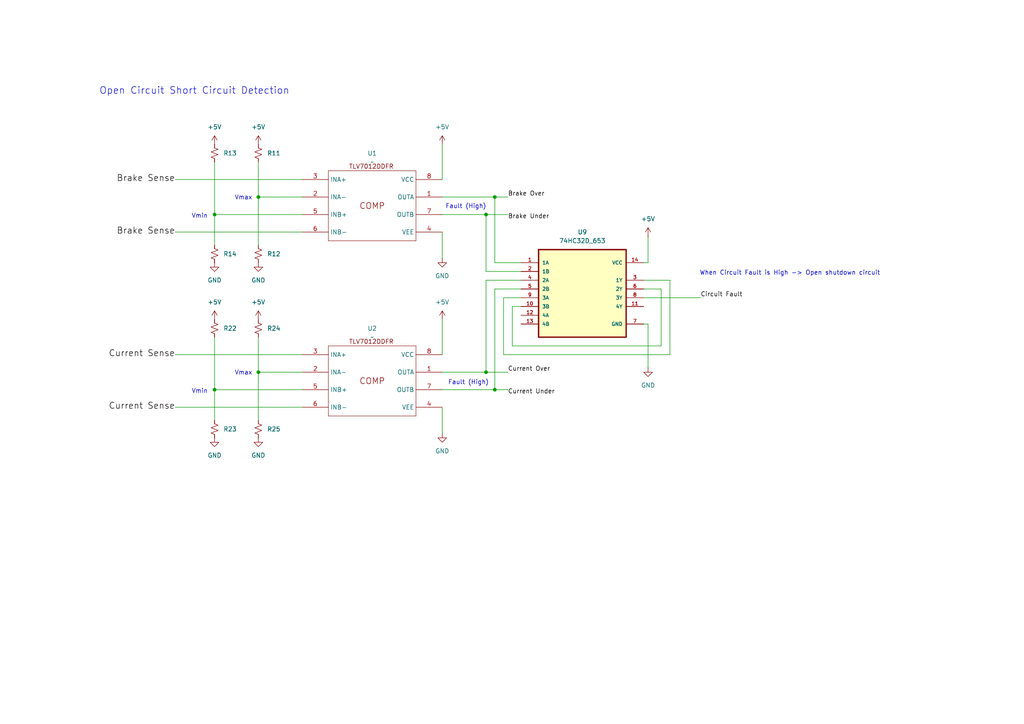
<source format=kicad_sch>
(kicad_sch (version 20231120) (generator "eeschema") (generator_version "8.0")
  (paper "A4")
  (lib_symbols
    (symbol "74HC32D_653:74HC32D_653" (pin_names (offset 1.016))
      (property "Reference" "U" (at -0.762 15.748 0))
      (property "Value" "74HC32D_653" (at -6.604 -12.954 0))
      (symbol "74HC32D_653_0_0"
        (rectangle (start -12.7 15.24) (end 12.7 -10.16) (stroke (width 0.4064)) (fill (type background)))
        (pin input line (at -17.78 11.43 0) (length 5.08) (name "1A") (number "1"))
        (pin input line (at -17.78 -1.27 0) (length 5.08) (name "3B") (number "10"))
        (pin output line (at 17.78 -1.27 180) (length 5.08) (name "4Y") (number "11"))
        (pin input line (at -17.78 -3.81 0) (length 5.08) (name "4A") (number "12"))
        (pin input line (at -17.78 -6.35 0) (length 5.08) (name "4B") (number "13"))
        (pin power_in line (at 17.78 11.43 180) (length 5.08) (name "VCC") (number "14"))
        (pin input line (at -17.78 8.89 0) (length 5.08) (name "1B") (number "2"))
        (pin output line (at 17.78 6.35 180) (length 5.08) (name "1Y") (number "3"))
        (pin input line (at -17.78 6.35 0) (length 5.08) (name "2A") (number "4"))
        (pin input line (at -17.78 3.81 0) (length 5.08) (name "2B") (number "5"))
        (pin output line (at 17.78 3.81 180) (length 5.08) (name "2Y") (number "6"))
        (pin passive line (at 17.78 -6.35 180) (length 5.08) (name "GND") (number "7"))
        (pin output line (at 17.78 1.27 180) (length 5.08) (name "3Y") (number "8"))
        (pin input line (at -17.78 1.27 0) (length 5.08) (name "3A") (number "9"))
      )
    )
    (symbol "Device:R_Small_US" (pin_numbers hide) (pin_names (offset 0.254) hide)
      (property "Reference" "R" (at 0.762 0.508 0))
      (property "Value" "R_Small_US" (at 0.762 -1.016 0))
      (symbol "R_Small_US_1_1"
        (polyline (pts (xy 0 0) (xy 1.016 -0.381) (xy 0 -0.762) (xy -1.016 -1.143) (xy 0 -1.524)))
        (polyline (pts (xy 0 1.524) (xy 1.016 1.143) (xy 0 0.762) (xy -1.016 0.381) (xy 0 0)))
        (pin passive line (at 0 2.54 270) (length 1.016) (name "~") (number "1"))
        (pin passive line (at 0 -2.54 90) (length 1.016) (name "~") (number "2"))
      )
    )
    (symbol "TLV7012DDFR:TLV7012DDFR"
      (property "Reference" "U" (at 12.7 23.622 0))
      (symbol "TLV7012DDFR_0_1"
        (polyline (pts (xy 0 0) (xy 25.4 0)) (stroke (width 0.127)))
        (polyline (pts (xy 0 20.32) (xy 0 0)) (stroke (width 0.127)))
        (polyline (pts (xy 25.4 0) (xy 25.4 20.32)) (stroke (width 0.127)))
        (polyline (pts (xy 25.4 20.32) (xy 0 20.32)) (stroke (width 0.127)))
      )
      (symbol "TLV7012DDFR_1_1"
        (text "COMP" (at 12.7 10.16 0) (effects (font (size 1.75 1.75))))
        (text "TLV7012DDFR" (at 12.446 21.59 0) (effects (font (size 1.27 1.27))))
        (pin output line (at 33.02 12.7 180) (length 7.62) (name "OUTA") (number "1"))
        (pin input line (at -7.62 12.7 0) (length 7.62) (name "INA-") (number "2"))
        (pin input line (at -7.62 17.78 0) (length 7.62) (name "INA+") (number "3"))
        (pin power_in line (at 33.02 2.54 180) (length 7.62) (name "VEE") (number "4"))
        (pin input line (at -7.62 7.62 0) (length 7.62) (name "INB+") (number "5"))
        (pin input line (at -7.62 2.54 0) (length 7.62) (name "INB-") (number "6"))
        (pin output line (at 33.02 7.62 180) (length 7.62) (name "OUTB") (number "7"))
        (pin power_in line (at 33.02 17.78 180) (length 7.62) (name "VCC") (number "8"))
      )
    )
    (symbol "power:+5V" (power) (pin_numbers hide) (pin_names (offset 0) hide)
      (property "Value" "+5V" (at 0 3.556 0))
      (symbol "+5V_0_1"
        (polyline (pts (xy -0.762 1.27) (xy 0 2.54)))
        (polyline (pts (xy 0 0) (xy 0 2.54)))
        (polyline (pts (xy 0 2.54) (xy 0.762 1.27)))
      )
      (symbol "+5V_1_1"
        (pin power_in line (at 0 0 90) (length 0) (name "~") (number "1"))
      )
    )
    (symbol "power:GND" (power) (pin_numbers hide) (pin_names (offset 0) hide)
      (property "Value" "GND" (at 0 -3.81 0))
      (symbol "GND_0_1"
        (polyline (pts (xy 0 0) (xy 0 -1.27) (xy 1.27 -1.27) (xy 0 -2.54) (xy -1.27 -1.27) (xy 0 -1.27)))
      )
      (symbol "GND_1_1"
        (pin power_in line (at 0 0 270) (length 0) (name "~") (number "1"))
      )
    )
  )
  (junction (at 143.51 113.03))
  (junction (at 74.93 107.95))
  (junction (at 74.93 57.15))
  (junction (at 62.23 113.03))
  (junction (at 140.97 62.23))
  (junction (at 143.51 57.15))
  (junction (at 140.97 107.95))
  (junction (at 62.23 62.23))
  (wire (pts (xy 140.97 62.23) (xy 140.97 78.74)))
  (wire (pts (xy 146.05 86.36) (xy 146.05 102.87)))
  (wire (pts (xy 74.93 107.95) (xy 74.93 121.92)))
  (wire (pts (xy 128.27 92.71) (xy 128.27 102.87)))
  (wire (pts (xy 62.23 113.03) (xy 62.23 121.92)))
  (wire (pts (xy 148.59 88.9) (xy 151.13 88.9)))
  (wire (pts (xy 74.93 107.95) (xy 87.63 107.95)))
  (wire (pts (xy 50.8 67.31) (xy 87.63 67.31)))
  (wire (pts (xy 128.27 125.73) (xy 128.27 118.11)))
  (wire (pts (xy 186.69 86.36) (xy 203.2 86.36)))
  (wire (pts (xy 74.93 97.79) (xy 74.93 107.95)))
  (wire (pts (xy 62.23 62.23) (xy 87.63 62.23)))
  (wire (pts (xy 62.23 46.99) (xy 62.23 62.23)))
  (wire (pts (xy 147.32 62.23) (xy 140.97 62.23)))
  (wire (pts (xy 50.8 118.11) (xy 87.63 118.11)))
  (wire (pts (xy 194.31 102.87) (xy 194.31 81.28)))
  (wire (pts (xy 143.51 76.2) (xy 151.13 76.2)))
  (wire (pts (xy 191.77 83.82) (xy 191.77 100.33)))
  (wire (pts (xy 146.05 102.87) (xy 194.31 102.87)))
  (wire (pts (xy 187.96 68.58) (xy 187.96 76.2)))
  (wire (pts (xy 187.96 76.2) (xy 186.69 76.2)))
  (wire (pts (xy 62.23 113.03) (xy 87.63 113.03)))
  (wire (pts (xy 62.23 97.79) (xy 62.23 113.03)))
  (wire (pts (xy 147.32 57.15) (xy 143.51 57.15)))
  (wire (pts (xy 143.51 83.82) (xy 151.13 83.82)))
  (wire (pts (xy 74.93 46.99) (xy 74.93 57.15)))
  (wire (pts (xy 187.96 106.68) (xy 187.96 93.98)))
  (wire (pts (xy 140.97 78.74) (xy 151.13 78.74)))
  (wire (pts (xy 143.51 57.15) (xy 143.51 76.2)))
  (wire (pts (xy 194.31 81.28) (xy 186.69 81.28)))
  (wire (pts (xy 50.8 52.07) (xy 87.63 52.07)))
  (wire (pts (xy 128.27 74.93) (xy 128.27 67.31)))
  (wire (pts (xy 128.27 57.15) (xy 143.51 57.15)))
  (wire (pts (xy 140.97 81.28) (xy 151.13 81.28)))
  (wire (pts (xy 143.51 113.03) (xy 128.27 113.03)))
  (wire (pts (xy 128.27 41.91) (xy 128.27 52.07)))
  (wire (pts (xy 151.13 86.36) (xy 146.05 86.36)))
  (wire (pts (xy 50.8 102.87) (xy 87.63 102.87)))
  (wire (pts (xy 143.51 113.03) (xy 143.51 83.82)))
  (wire (pts (xy 140.97 107.95) (xy 128.27 107.95)))
  (wire (pts (xy 187.96 93.98) (xy 186.69 93.98)))
  (wire (pts (xy 147.32 107.95) (xy 140.97 107.95)))
  (wire (pts (xy 140.97 107.95) (xy 140.97 81.28)))
  (wire (pts (xy 191.77 83.82) (xy 186.69 83.82)))
  (wire (pts (xy 74.93 57.15) (xy 87.63 57.15)))
  (wire (pts (xy 147.32 113.03) (xy 143.51 113.03)))
  (wire (pts (xy 62.23 62.23) (xy 62.23 71.12)))
  (wire (pts (xy 74.93 57.15) (xy 74.93 71.12)))
  (wire (pts (xy 140.97 62.23) (xy 128.27 62.23)))
  (wire (pts (xy 148.59 100.33) (xy 148.59 88.9)))
  (wire (pts (xy 148.59 100.33) (xy 191.77 100.33)))
  (text "Vmax" (at 70.612 108.204 0) (effects (font (size 1.27 1.27))))
  (text "Vmax" (at 70.612 57.404 0) (effects (font (size 1.27 1.27))))
  (text "Fault (High)\n" (at 135.128 59.944 0) (effects (font (size 1.27 1.27))))
  (text "Fault (High)\n" (at 135.89 110.998 0) (effects (font (size 1.27 1.27))))
  (text "Vmin" (at 57.912 62.738 0) (effects (font (size 1.27 1.27))))
  (text "Vmin" (at 57.912 113.538 0) (effects (font (size 1.27 1.27))))
  (text "Open Circuit Short Circuit Detection" (at 56.388 26.416 0) (effects (font (size 2 2))))
  (text "When Circuit Fault is High -> Open shutdown circuit\n" (at 229.108 79.248 0) (effects (font (size 1.27 1.27))))
  (label "Brake Over" (at 147.32 57.15 0))
  (label "Current Sense" (at 50.8 102.87 180) (effects (font (size 1.8 1.8))))
  (label "Circuit Fault" (at 203.2 86.36 0))
  (label "Brake Sense" (at 50.8 52.07 180) (effects (font (size 1.8 1.8))))
  (label "Current Sense" (at 50.8 118.11 180) (effects (font (size 1.8 1.8))))
  (label "Current Under" (at 147.32 113.03 0))
  (label "Current Over" (at 147.32 107.95 0))
  (label "Brake Under" (at 147.32 62.23 0))
  (label "Brake Sense" (at 50.8 67.31 180) (effects (font (size 1.8 1.8))))
  (symbol (lib_id "Device:R_Small_US") (at 62.23 95.25 0) (unit 1)
    (property "Reference" "R22" (at 64.77 95.2499 0) (effects (justify left)))
    (property "Value" "R_Small_US" (effects (hide yes)))
    (property "Description" "Resistor, small US symbol" (effects (hide yes)))
  )
  (symbol (lib_id "74HC32D_653:74HC32D_653") (at 168.91 87.63 0) (unit 1)
    (property "Reference" "U9" (at 168.91 67.31 0))
    (property "Value" "74HC32D_653" (at 168.91 69.85 0))
    (property "Footprint" "74HC32D_653:SOIC127P600X175-14N" (effects (hide yes)))
    (property "SUPPLIER" "NXP" (effects (hide yes)))
    (property "OC_FARNELL" "1826841" (effects (hide yes)))
    (property "OC_NEWARK" "78R6258" (effects (hide yes)))
    (property "MPN" "74HC32D,653" (effects (hide yes)))
    (property "PACKAGE" "SOIC-14" (effects (hide yes)))
  )
  (symbol (lib_id "power:GND") (at 74.93 127 0) (unit 1)
    (property "Reference" "#PWR038" (effects (hide yes)))
    (property "Value" "GND" (at 74.93 132.08 0))
    (property "Description" "Power symbol creates a global label with name \"GND\" , ground" (effects (hide yes)))
  )
  (symbol (lib_id "Device:R_Small_US") (at 74.93 95.25 0) (unit 1)
    (property "Reference" "R24" (at 77.47 95.2499 0) (effects (justify left)))
    (property "Value" "R_Small_US" (effects (hide yes)))
    (property "Description" "Resistor, small US symbol" (effects (hide yes)))
  )
  (symbol (lib_id "power:+5V") (at 74.93 92.71 0) (unit 1)
    (property "Reference" "#PWR037" (effects (hide yes)))
    (property "Value" "+5V" (at 74.93 87.63 0))
    (property "Description" "Power symbol creates a global label with name \"+5V\"" (effects (hide yes)))
  )
  (symbol (lib_id "Device:R_Small_US") (at 62.23 73.66 0) (unit 1)
    (property "Reference" "R14" (at 64.77 73.6599 0) (effects (justify left)))
    (property "Value" "R_Small_US" (effects (hide yes)))
    (property "Description" "Resistor, small US symbol" (effects (hide yes)))
  )
  (symbol (lib_id "power:+5V") (at 74.93 41.91 0) (unit 1)
    (property "Reference" "#PWR033" (effects (hide yes)))
    (property "Value" "+5V" (at 74.93 36.83 0))
    (property "Description" "Power symbol creates a global label with name \"+5V\"" (effects (hide yes)))
  )
  (symbol (lib_id "TLV7012DDFR:TLV7012DDFR") (at 95.25 69.85 0) (unit 1)
    (property "Reference" "U1" (at 107.95 44.45 0))
    (property "Value" "~" (at 107.95 46.99 0))
  )
  (symbol (lib_id "power:GND") (at 128.27 74.93 0) (unit 1)
    (property "Reference" "#PWR034" (effects (hide yes)))
    (property "Value" "GND" (at 128.27 80.01 0))
    (property "Description" "Power symbol creates a global label with name \"GND\" , ground" (effects (hide yes)))
  )
  (symbol (lib_id "Device:R_Small_US") (at 74.93 124.46 0) (unit 1)
    (property "Reference" "R25" (at 77.47 124.4599 0) (effects (justify left)))
    (property "Value" "R_Small_US" (effects (hide yes)))
    (property "Description" "Resistor, small US symbol" (effects (hide yes)))
  )
  (symbol (lib_id "power:GND") (at 62.23 76.2 0) (unit 1)
    (property "Reference" "#PWR07" (effects (hide yes)))
    (property "Value" "GND" (at 62.23 81.28 0))
    (property "Description" "Power symbol creates a global label with name \"GND\" , ground" (effects (hide yes)))
  )
  (symbol (lib_id "power:+5V") (at 128.27 41.91 0) (unit 1)
    (property "Reference" "#PWR031" (effects (hide yes)))
    (property "Value" "+5V" (at 128.27 36.83 0))
    (property "Description" "Power symbol creates a global label with name \"+5V\"" (effects (hide yes)))
  )
  (symbol (lib_id "TLV7012DDFR:TLV7012DDFR") (at 95.25 120.65 0) (unit 1)
    (property "Reference" "U2" (at 107.95 95.25 0))
    (property "Value" "~" (at 107.95 97.79 0))
  )
  (symbol (lib_id "power:+5V") (at 128.27 92.71 0) (unit 1)
    (property "Reference" "#PWR039" (effects (hide yes)))
    (property "Value" "+5V" (at 128.27 87.63 0))
    (property "Description" "Power symbol creates a global label with name \"+5V\"" (effects (hide yes)))
  )
  (symbol (lib_id "Device:R_Small_US") (at 62.23 44.45 0) (unit 1)
    (property "Reference" "R13" (at 64.77 44.4499 0) (effects (justify left)))
    (property "Value" "R_Small_US" (effects (hide yes)))
    (property "Description" "Resistor, small US symbol" (effects (hide yes)))
  )
  (symbol (lib_id "power:GND") (at 74.93 76.2 0) (unit 1)
    (property "Reference" "#PWR06" (effects (hide yes)))
    (property "Value" "GND" (at 74.93 81.28 0))
    (property "Description" "Power symbol creates a global label with name \"GND\" , ground" (effects (hide yes)))
  )
  (symbol (lib_id "Device:R_Small_US") (at 62.23 124.46 0) (unit 1)
    (property "Reference" "R23" (at 64.77 124.4599 0) (effects (justify left)))
    (property "Value" "R_Small_US" (effects (hide yes)))
    (property "Description" "Resistor, small US symbol" (effects (hide yes)))
  )
  (symbol (lib_id "power:GND") (at 62.23 127 0) (unit 1)
    (property "Reference" "#PWR036" (effects (hide yes)))
    (property "Value" "GND" (at 62.23 132.08 0))
    (property "Description" "Power symbol creates a global label with name \"GND\" , ground" (effects (hide yes)))
  )
  (symbol (lib_id "power:GND") (at 187.96 106.68 0) (unit 1)
    (property "Reference" "#PWR045" (effects (hide yes)))
    (property "Value" "GND" (at 187.96 111.76 0))
    (property "Description" "Power symbol creates a global label with name \"GND\" , ground" (effects (hide yes)))
  )
  (symbol (lib_id "power:GND") (at 128.27 125.73 0) (unit 1)
    (property "Reference" "#PWR040" (effects (hide yes)))
    (property "Value" "GND" (at 128.27 130.81 0))
    (property "Description" "Power symbol creates a global label with name \"GND\" , ground" (effects (hide yes)))
  )
  (symbol (lib_id "Device:R_Small_US") (at 74.93 73.66 0) (unit 1)
    (property "Reference" "R12" (at 77.47 73.6599 0) (effects (justify left)))
    (property "Value" "R_Small_US" (effects (hide yes)))
    (property "Description" "Resistor, small US symbol" (effects (hide yes)))
  )
  (symbol (lib_id "Device:R_Small_US") (at 74.93 44.45 0) (unit 1)
    (property "Reference" "R11" (at 77.47 44.4499 0) (effects (justify left)))
    (property "Value" "R_Small_US" (effects (hide yes)))
    (property "Description" "Resistor, small US symbol" (effects (hide yes)))
  )
  (symbol (lib_id "power:+5V") (at 187.96 68.58 0) (unit 1)
    (property "Reference" "#PWR046" (effects (hide yes)))
    (property "Value" "+5V" (at 187.96 63.5 0))
    (property "Description" "Power symbol creates a global label with name \"+5V\"" (effects (hide yes)))
  )
  (symbol (lib_id "power:+5V") (at 62.23 92.71 0) (mirror y) (unit 1)
    (property "Reference" "#PWR035" (effects (hide yes)))
    (property "Value" "+5V" (at 62.23 87.63 0))
    (property "Description" "Power symbol creates a global label with name \"+5V\"" (effects (hide yes)))
  )
  (symbol (lib_id "power:+5V") (at 62.23 41.91 0) (mirror y) (unit 1)
    (property "Reference" "#PWR032" (effects (hide yes)))
    (property "Value" "+5V" (at 62.23 36.83 0))
    (property "Description" "Power symbol creates a global label with name \"+5V\"" (effects (hide yes)))
  )
)
</source>
